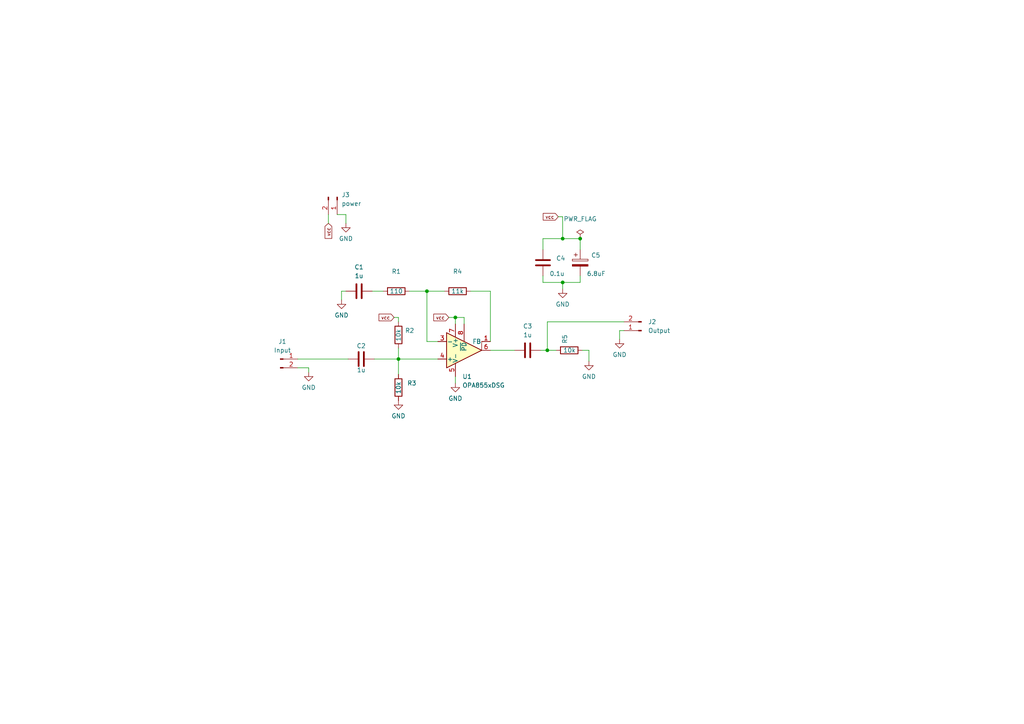
<source format=kicad_sch>
(kicad_sch (version 20211123) (generator eeschema)
  (paper "A4")
  (lib_symbols
    (symbol "Amplifier_Operational:OPA855xDSG" (pin_names (offset 0.127))
      (property "Reference" "U" (at 1.27 8.89 0))
      (property "Value" "OPA855xDSG" (at 1.27 6.35 0))
      (symbol "OPA855xDSG_0_0"
        (pin power_in line (at -2.54 7.62 270) (length 3.81) (name "V+") (number "7"))
        (pin input line (at 0 7.62 270) (length 5.08) (name "~{PD}") (number "8"))
        (pin passive line (at -2.54 -7.62 90) (length 3.81) hide (name "V-") (number "9"))
      )
      (symbol "OPA855xDSG_0_1"
        (polyline (pts (xy 5.08 0) (xy 5.08 2.54)) (stroke (width 0.1524)))
        (polyline (pts (xy -5.08 5.08) (xy 5.08 0) (xy -5.08 -5.08) (xy -5.08 5.08)) (stroke (width 0.254)) (fill (type background)))
        (pin no_connect line (at -5.08 -5.08 90) (length 3.81) hide (name "NC") (number "2"))
        (pin output line (at 7.62 0 180) (length 2.54) (name "~") (number "6"))
      )
      (symbol "OPA855xDSG_1_1"
        (pin output line (at 7.62 2.54 180) (length 2.54) (name "FB") (number "1"))
        (pin input line (at -7.62 2.54 0) (length 2.54) (name "-") (number "3"))
        (pin input line (at -7.62 -2.54 0) (length 2.54) (name "+") (number "4"))
        (pin power_in line (at -2.54 -7.62 90) (length 3.81) (name "V-") (number "5"))
      )
    )
    (symbol "Connector:Conn_01x02_Male" (pin_names (offset 1.016) hide)
      (property "Reference" "J" (at 0 2.54 0))
      (property "Value" "Conn_01x02_Male" (at 0 -5.08 0))
      (symbol "Conn_01x02_Male_1_1"
        (polyline (pts (xy 1.27 -2.54) (xy 0.8636 -2.54)) (stroke (width 0.1524)))
        (polyline (pts (xy 1.27 0) (xy 0.8636 0)) (stroke (width 0.1524)))
        (rectangle (start 0.8636 -2.413) (end 0 -2.667) (stroke (width 0.1524)) (fill (type outline)))
        (rectangle (start 0.8636 0.127) (end 0 -0.127) (stroke (width 0.1524)) (fill (type outline)))
        (pin passive line (at 5.08 0 180) (length 3.81) (name "Pin_1") (number "1"))
        (pin passive line (at 5.08 -2.54 180) (length 3.81) (name "Pin_2") (number "2"))
      )
    )
    (symbol "Device:C" (pin_numbers hide) (pin_names (offset 0.254))
      (property "Reference" "C" (at 0.635 2.54 0))
      (property "Value" "C" (at 0.635 -2.54 0))
      (symbol "C_0_1"
        (polyline (pts (xy -2.032 -0.762) (xy 2.032 -0.762)) (stroke (width 0.508)))
        (polyline (pts (xy -2.032 0.762) (xy 2.032 0.762)) (stroke (width 0.508)))
      )
      (symbol "C_1_1"
        (pin passive line (at 0 3.81 270) (length 2.794) (name "~") (number "1"))
        (pin passive line (at 0 -3.81 90) (length 2.794) (name "~") (number "2"))
      )
    )
    (symbol "Device:C_Polarized" (pin_numbers hide) (pin_names (offset 0.254))
      (property "Reference" "C" (at 0.635 2.54 0))
      (property "Value" "C_Polarized" (at 0.635 -2.54 0))
      (symbol "C_Polarized_0_1"
        (rectangle (start -2.286 0.508) (end 2.286 1.016))
        (polyline (pts (xy -1.778 2.286) (xy -0.762 2.286)))
        (polyline (pts (xy -1.27 2.794) (xy -1.27 1.778)))
        (rectangle (start 2.286 -0.508) (end -2.286 -1.016) (fill (type outline)))
      )
      (symbol "C_Polarized_1_1"
        (pin passive line (at 0 3.81 270) (length 2.794) (name "~") (number "1"))
        (pin passive line (at 0 -3.81 90) (length 2.794) (name "~") (number "2"))
      )
    )
    (symbol "Device:R" (pin_numbers hide) (pin_names (offset 0))
      (property "Reference" "R" (at 2.032 0 90))
      (property "Value" "R" (at 0 0 90))
      (symbol "R_0_1"
        (rectangle (start -1.016 -2.54) (end 1.016 2.54) (stroke (width 0.254)))
      )
      (symbol "R_1_1"
        (pin passive line (at 0 3.81 270) (length 1.27) (name "~") (number "1"))
        (pin passive line (at 0 -3.81 90) (length 1.27) (name "~") (number "2"))
      )
    )
    (symbol "power:GND" (power) (pin_names (offset 0))
      (property "Value" "GND" (at 0 -3.81 0))
      (symbol "GND_0_1"
        (polyline (pts (xy 0 0) (xy 0 -1.27) (xy 1.27 -1.27) (xy 0 -2.54) (xy -1.27 -1.27) (xy 0 -1.27)))
      )
      (symbol "GND_1_1"
        (pin power_in line (at 0 0 270) (length 0) hide (name "GND") (number "1"))
      )
    )
    (symbol "power:PWR_FLAG" (power) (pin_numbers hide) (pin_names (offset 0) hide)
      (property "Value" "PWR_FLAG" (at 0 3.81 0))
      (symbol "PWR_FLAG_0_0"
        (pin power_out line (at 0 0 90) (length 0) (name "pwr") (number "1"))
      )
      (symbol "PWR_FLAG_0_1"
        (polyline (pts (xy 0 0) (xy 0 1.27) (xy -1.016 1.905) (xy 0 2.54) (xy 1.016 1.905) (xy 0 1.27)))
      )
    )
  )
  (junction (at 158.75 101.6))
  (junction (at 163.195 81.915))
  (junction (at 168.275 69.215))
  (junction (at 123.825 84.455))
  (junction (at 115.57 104.14))
  (junction (at 163.195 69.215))
  (junction (at 132.08 92.075))
  (wire (pts (xy 157.48 72.39) (xy 157.48 69.215)))
  (wire (pts (xy 168.275 81.915) (xy 163.195 81.915)))
  (wire (pts (xy 108.585 104.14) (xy 115.57 104.14)))
  (wire (pts (xy 134.62 93.98) (xy 134.62 92.075)))
  (wire (pts (xy 158.75 93.345) (xy 158.75 101.6)))
  (wire (pts (xy 163.195 81.915) (xy 163.195 83.82)))
  (wire (pts (xy 156.845 101.6) (xy 158.75 101.6)))
  (wire (pts (xy 130.175 92.075) (xy 132.08 92.075)))
  (wire (pts (xy 95.25 62.23) (xy 95.25 64.77)))
  (wire (pts (xy 168.275 69.215) (xy 168.275 72.39)))
  (wire (pts (xy 142.24 99.06) (xy 142.24 84.455)))
  (wire (pts (xy 114.3 92.075) (xy 115.57 92.075)))
  (wire (pts (xy 157.48 69.215) (xy 163.195 69.215)))
  (wire (pts (xy 163.195 62.865) (xy 163.195 69.215)))
  (wire (pts (xy 179.705 98.425) (xy 179.705 95.885)))
  (wire (pts (xy 158.75 101.6) (xy 161.29 101.6)))
  (wire (pts (xy 115.57 104.14) (xy 127 104.14)))
  (wire (pts (xy 86.36 104.14) (xy 100.965 104.14)))
  (wire (pts (xy 100.33 62.23) (xy 97.79 62.23)))
  (wire (pts (xy 89.535 107.95) (xy 89.535 106.68)))
  (wire (pts (xy 157.48 81.915) (xy 157.48 80.01)))
  (wire (pts (xy 118.745 84.455) (xy 123.825 84.455)))
  (wire (pts (xy 115.57 108.585) (xy 115.57 104.14)))
  (wire (pts (xy 123.825 84.455) (xy 123.825 99.06)))
  (wire (pts (xy 163.195 81.915) (xy 157.48 81.915)))
  (wire (pts (xy 134.62 92.075) (xy 132.08 92.075)))
  (wire (pts (xy 100.33 64.77) (xy 100.33 62.23)))
  (wire (pts (xy 99.06 84.455) (xy 100.33 84.455)))
  (wire (pts (xy 170.815 101.6) (xy 168.91 101.6)))
  (wire (pts (xy 115.57 93.345) (xy 115.57 92.075)))
  (wire (pts (xy 142.24 101.6) (xy 149.225 101.6)))
  (wire (pts (xy 115.57 100.965) (xy 115.57 104.14)))
  (wire (pts (xy 123.825 99.06) (xy 127 99.06)))
  (wire (pts (xy 180.975 93.345) (xy 158.75 93.345)))
  (wire (pts (xy 168.275 80.01) (xy 168.275 81.915)))
  (wire (pts (xy 170.815 104.775) (xy 170.815 101.6)))
  (wire (pts (xy 142.24 84.455) (xy 136.525 84.455)))
  (wire (pts (xy 132.08 92.075) (xy 132.08 93.98)))
  (wire (pts (xy 132.08 109.22) (xy 132.08 111.125)))
  (wire (pts (xy 163.195 69.215) (xy 168.275 69.215)))
  (wire (pts (xy 89.535 106.68) (xy 86.36 106.68)))
  (wire (pts (xy 179.705 95.885) (xy 180.975 95.885)))
  (wire (pts (xy 107.95 84.455) (xy 111.125 84.455)))
  (wire (pts (xy 161.925 62.865) (xy 163.195 62.865)))
  (wire (pts (xy 128.905 84.455) (xy 123.825 84.455)))
  (wire (pts (xy 99.06 86.995) (xy 99.06 84.455)))
  (global_label "vcc" (shape input) (at 114.3 92.075 180) (effects (font (size 1 1))) (property "Intersheet References" "${INTERSHEET_REFS}" (effects hide)))
  (global_label "vcc" (shape input) (at 161.925 62.865 180) (effects (font (size 1 1))) (property "Intersheet References" "${INTERSHEET_REFS}" (effects hide)))
  (global_label "vcc" (shape input) (at 130.175 92.075 180) (effects (font (size 1 1))) (property "Intersheet References" "${INTERSHEET_REFS}" (effects hide)))
  (global_label "vcc" (shape input) (at 95.25 64.77 270) (effects (font (size 1 1))) (property "Intersheet References" "${INTERSHEET_REFS}" (effects hide)))
  (symbol (lib_id "power:GND") (at 132.08 111.125 0) (unit 1)
    (property "Reference" "#PWR04" (effects hide))
    (property "Value" "GND" (at 132.08 115.57 0))
  )
  (symbol (lib_id "Device:C") (at 104.775 104.14 90) (unit 1)
    (property "Reference" "C2" (at 104.775 100.33 90))
    (property "Value" "1u" (at 104.775 107.315 90))
    (property "Footprint" "Capacitor_SMD:C_0805_2012Metric" (effects hide))
  )
  (symbol (lib_id "power:GND") (at 163.195 83.82 0) (unit 1)
    (property "Reference" "#PWR05" (effects hide))
    (property "Value" "GND" (at 163.195 88.265 0))
  )
  (symbol (lib_id "power:GND") (at 100.33 64.77 0) (unit 1)
    (property "Reference" "#PWR0101" (effects hide))
    (property "Value" "GND" (at 100.33 69.215 0))
  )
  (symbol (lib_id "Device:C") (at 153.035 101.6 90) (unit 1)
    (property "Reference" "C3" (at 153.035 94.615 90))
    (property "Value" "1u" (at 153.035 97.155 90))
    (property "Footprint" "Capacitor_SMD:C_0805_2012Metric" (effects hide))
  )
  (symbol (lib_id "Connector:Conn_01x02_Male") (at 186.055 95.885 180) (unit 1)
    (property "Reference" "J2" (at 187.96 93.3449 0) (effects (justify right)))
    (property "Value" "Output" (at 187.96 95.8849 0) (effects (justify right)))
    (property "Footprint" "Connector_PinHeader_2.54mm:PinHeader_1x02_P2.54mm_Vertical" (effects hide))
  )
  (symbol (lib_id "Device:R") (at 114.935 84.455 90) (unit 1)
    (property "Reference" "R1" (at 114.935 78.74 90))
    (property "Value" "110" (at 114.935 84.455 90))
    (property "Footprint" "Resistor_SMD:R_0805_2012Metric" (effects hide))
  )
  (symbol (lib_id "Amplifier_Operational:OPA855xDSG") (at 134.62 101.6 0) (unit 1)
    (property "Reference" "U1" (at 134.0994 109.22 0) (effects (justify left)))
    (property "Value" "OPA855xDSG" (at 134.0994 111.76 0) (effects (justify left)))
    (property "Footprint" "Package_SON:WSON-8-1EP_2x2mm_P0.5mm_EP0.9x1.6mm" (effects hide))
    (property "Datasheet" "http://www.ti.com/lit/ds/symlink/opa855.pdf" (effects hide))
  )
  (symbol (lib_id "Device:R") (at 115.57 97.155 180) (unit 1)
    (property "Reference" "R2" (at 117.475 95.8849 0) (effects (justify right)))
    (property "Value" "10k" (at 115.57 99.06 90) (effects (justify right)))
    (property "Footprint" "Resistor_SMD:R_0805_2012Metric" (effects hide))
  )
  (symbol (lib_id "Device:R") (at 165.1 101.6 270) (unit 1)
    (property "Reference" "R5" (at 163.8299 99.695 0) (effects (justify right)))
    (property "Value" "10k" (at 167.005 101.6 90) (effects (justify right)))
    (property "Footprint" "Resistor_SMD:R_0805_2012Metric" (effects hide))
  )
  (symbol (lib_id "Device:R") (at 115.57 112.395 180) (unit 1)
    (property "Reference" "R3" (at 118.11 111.1249 0) (effects (justify right)))
    (property "Value" "10k" (at 115.57 114.3 90) (effects (justify right)))
    (property "Footprint" "Resistor_SMD:R_0805_2012Metric" (effects hide))
  )
  (symbol (lib_id "power:GND") (at 99.06 86.995 0) (unit 1)
    (property "Reference" "#PWR02" (effects hide))
    (property "Value" "GND" (at 99.06 91.44 0))
  )
  (symbol (lib_id "Connector:Conn_01x02_Male") (at 81.28 104.14 0) (unit 1)
    (property "Reference" "J1" (at 81.915 99.06 0))
    (property "Value" "Input" (at 81.915 101.6 0))
    (property "Footprint" "Connector_PinHeader_2.54mm:PinHeader_1x02_P2.54mm_Vertical" (effects hide))
  )
  (symbol (lib_id "power:GND") (at 170.815 104.775 0) (unit 1)
    (property "Reference" "#PWR06" (effects hide))
    (property "Value" "GND" (at 170.815 109.22 0))
  )
  (symbol (lib_id "power:GND") (at 89.535 107.95 0) (unit 1)
    (property "Reference" "#PWR01" (effects hide))
    (property "Value" "GND" (at 89.535 112.395 0))
  )
  (symbol (lib_id "power:GND") (at 179.705 98.425 0) (unit 1)
    (property "Reference" "#PWR07" (effects hide))
    (property "Value" "GND" (at 179.705 102.87 0))
  )
  (symbol (lib_id "power:PWR_FLAG") (at 168.275 69.215 0) (unit 1)
    (property "Reference" "#FLG0101" (effects hide))
    (property "Value" "PWR_FLAG" (at 168.275 63.5 0))
  )
  (symbol (lib_id "Device:C_Polarized") (at 168.275 76.2 0) (unit 1)
    (property "Reference" "C5" (at 171.45 74.0409 0) (effects (justify left)))
    (property "Value" "6.8uF" (at 170.18 79.375 0) (effects (justify left)))
    (property "Footprint" "Capacitor_SMD:CP_Elec_4x5.8" (effects hide))
  )
  (symbol (lib_id "Connector:Conn_01x02_Male") (at 97.79 57.15 270) (unit 1)
    (property "Reference" "J3" (at 99.06 56.5149 90) (effects (justify left)))
    (property "Value" "power" (at 99.06 59.0549 90) (effects (justify left)))
    (property "Footprint" "Connector_PinHeader_2.54mm:PinHeader_1x02_P2.54mm_Vertical" (effects hide))
  )
  (symbol (lib_id "power:GND") (at 115.57 116.205 0) (unit 1)
    (property "Reference" "#PWR03" (effects hide))
    (property "Value" "GND" (at 115.57 120.65 0))
  )
  (symbol (lib_id "Device:R") (at 132.715 84.455 90) (unit 1)
    (property "Reference" "R4" (at 132.715 78.74 90))
    (property "Value" "11k" (at 132.715 84.455 90))
    (property "Footprint" "Resistor_SMD:R_0805_2012Metric" (effects hide))
  )
  (symbol (lib_id "Device:C") (at 104.14 84.455 90) (unit 1)
    (property "Reference" "C1" (at 104.14 77.47 90))
    (property "Value" "1u" (at 104.14 80.01 90))
    (property "Footprint" "Capacitor_SMD:C_0805_2012Metric" (effects hide))
  )
  (symbol (lib_id "Device:C") (at 157.48 76.2 180) (unit 1)
    (property "Reference" "C4" (at 161.29 74.9299 0) (effects (justify right)))
    (property "Value" "0.1u" (at 159.385 79.375 0) (effects (justify right)))
    (property "Footprint" "Capacitor_SMD:C_0805_2012Metric" (effects hide))
  )
)
</source>
